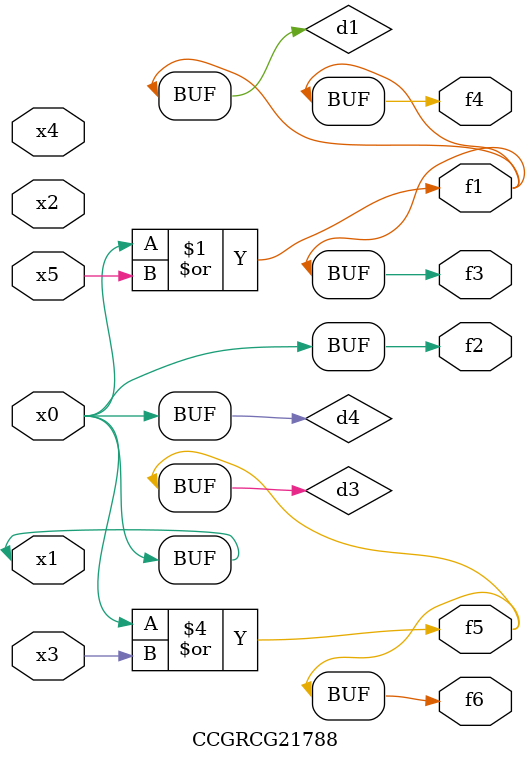
<source format=v>
module CCGRCG21788(
	input x0, x1, x2, x3, x4, x5,
	output f1, f2, f3, f4, f5, f6
);

	wire d1, d2, d3, d4;

	or (d1, x0, x5);
	xnor (d2, x1, x4);
	or (d3, x0, x3);
	buf (d4, x0, x1);
	assign f1 = d1;
	assign f2 = d4;
	assign f3 = d1;
	assign f4 = d1;
	assign f5 = d3;
	assign f6 = d3;
endmodule

</source>
